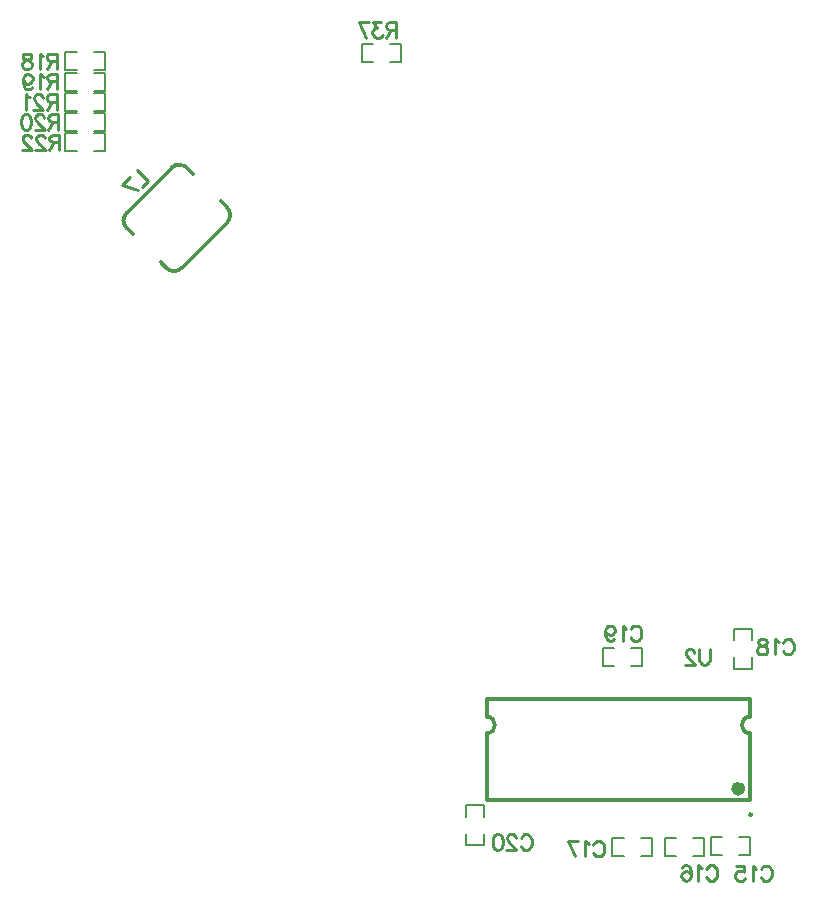
<source format=gbr>
%TF.GenerationSoftware,Altium Limited,Altium Designer,23.1.1 (15)*%
G04 Layer_Color=32896*
%FSLAX45Y45*%
%MOMM*%
%TF.SameCoordinates,06D7CB19-584F-49B0-A036-24662F40C1B1*%
%TF.FilePolarity,Positive*%
%TF.FileFunction,Legend,Bot*%
%TF.Part,Single*%
G01*
G75*
%TA.AperFunction,NonConductor*%
%ADD96C,0.20000*%
%ADD98C,0.25000*%
%ADD100C,0.30000*%
%ADD101C,0.60000*%
D96*
X2830319Y-10048240D02*
X2925519Y-10048240D01*
Y-9896240D01*
X2830420D02*
X2925519D01*
X2590519Y-10048240D02*
X2685719Y-10048240D01*
X2590519Y-10048240D02*
Y-9896240D01*
X2685619D01*
X323300Y-10116420D02*
X418400D01*
Y-9964420D01*
X323200D02*
X418400D01*
X83400Y-10116420D02*
X178500D01*
X83400Y-9964420D02*
X83400Y-10116420D01*
X83400Y-9964420D02*
X178600D01*
X323300Y-10289140D02*
X418400D01*
X418400Y-10137140D02*
X418400Y-10289140D01*
X323200Y-10137140D02*
X418400D01*
X83400Y-10289140D02*
X178500D01*
X83400D02*
Y-10137140D01*
X178600D01*
X323300Y-10461860D02*
X418400D01*
Y-10309860D01*
X323200Y-10309860D02*
X418400Y-10309860D01*
X83400Y-10461860D02*
X178500D01*
X83400D02*
Y-10309860D01*
X178600Y-10309860D01*
X323300Y-10632040D02*
X418400D01*
Y-10480040D01*
X323200D02*
X418400D01*
X83400Y-10632040D02*
X178500D01*
X83400D02*
Y-10480040D01*
X178600D01*
X323300Y-10802220D02*
X418400D01*
Y-10650220D01*
X323200Y-10650220D02*
X418400Y-10650220D01*
X83400Y-10802220D02*
X178500D01*
X83400D02*
Y-10650220D01*
X178600Y-10650220D01*
X3475120Y-16677060D02*
Y-16581960D01*
Y-16677060D02*
X3627120D01*
Y-16581860D01*
X3475120Y-16437160D02*
Y-16342059D01*
X3627120D01*
Y-16437260D02*
Y-16342059D01*
X4633540Y-15009261D02*
X4728640D01*
X4633540Y-15161259D02*
Y-15009261D01*
Y-15161259D02*
X4728740D01*
X4873440Y-15009261D02*
X4968540D01*
Y-15161259D02*
Y-15009261D01*
X4873340Y-15161259D02*
X4968540D01*
X5740800Y-15183540D02*
Y-15088440D01*
Y-15183540D02*
X5892800Y-15183540D01*
Y-15088341D01*
X5740800Y-14943640D02*
Y-14848540D01*
X5892800D01*
Y-14943739D02*
Y-14848540D01*
X4953840Y-16771220D02*
X5048940D01*
Y-16619220D01*
X4953740D02*
X5048940D01*
X4713940Y-16771220D02*
X4809040D01*
X4713940D02*
Y-16619220D01*
X4809140D01*
X5395680Y-16766141D02*
X5490780D01*
Y-16614140D01*
X5395580D02*
X5490780D01*
X5155780Y-16766141D02*
X5250880D01*
X5155780D02*
Y-16614140D01*
X5250980D01*
X5548060Y-16612000D02*
X5643160D01*
X5548060Y-16764000D02*
Y-16612000D01*
Y-16764000D02*
X5643260D01*
X5787960Y-16612000D02*
X5883060D01*
Y-16764000D02*
Y-16612000D01*
X5787860Y-16764000D02*
X5883060D01*
D98*
X5895040Y-16419920D02*
G03*
X5895040Y-16419920I-12500J0D01*
G01*
X5537656Y-15020074D02*
Y-15112910D01*
X5531467Y-15131477D01*
X5519089Y-15143857D01*
X5500522Y-15150046D01*
X5488143D01*
X5469576Y-15143857D01*
X5457198Y-15131477D01*
X5451008Y-15112910D01*
Y-15020074D01*
X5408922Y-15051019D02*
Y-15044830D01*
X5402733Y-15032452D01*
X5396544Y-15026263D01*
X5384166Y-15020074D01*
X5359409D01*
X5347031Y-15026263D01*
X5340841Y-15032452D01*
X5334653Y-15044830D01*
Y-15057208D01*
X5340841Y-15069588D01*
X5353220Y-15088155D01*
X5415111Y-15150046D01*
X5328463D01*
X2884481Y-9711474D02*
Y-9841446D01*
Y-9711474D02*
X2828779D01*
X2810211Y-9717663D01*
X2804022Y-9723852D01*
X2797833Y-9736230D01*
Y-9748609D01*
X2804022Y-9760987D01*
X2810211Y-9767176D01*
X2828779Y-9773365D01*
X2884481D01*
X2841157D02*
X2797833Y-9841446D01*
X2756366Y-9711474D02*
X2688285D01*
X2725420Y-9760987D01*
X2706853D01*
X2694474Y-9767176D01*
X2688285Y-9773365D01*
X2682096Y-9791933D01*
Y-9804311D01*
X2688285Y-9822879D01*
X2700663Y-9835257D01*
X2719231Y-9841446D01*
X2737798D01*
X2756366Y-9835257D01*
X2762555Y-9829068D01*
X2768744Y-9816689D01*
X2566359Y-9711474D02*
X2628250Y-9841446D01*
X2653007Y-9711474D02*
X2566359D01*
X689074Y-10961442D02*
X780978Y-11053346D01*
X728461Y-11105863D01*
X565222Y-11085294D02*
X700890Y-11133434D01*
X626492Y-11024024D02*
X565222Y-11085294D01*
X32061Y-10663973D02*
Y-10793945D01*
Y-10663973D02*
X-23641D01*
X-42209Y-10670162D01*
X-48398Y-10676351D01*
X-54587Y-10688730D01*
Y-10701108D01*
X-48398Y-10713486D01*
X-42209Y-10719675D01*
X-23641Y-10725865D01*
X32061D01*
X-11263D02*
X-54587Y-10793945D01*
X-89865Y-10694919D02*
Y-10688730D01*
X-96054Y-10676351D01*
X-102243Y-10670162D01*
X-114622Y-10663973D01*
X-139378D01*
X-151757Y-10670162D01*
X-157946Y-10676351D01*
X-164135Y-10688730D01*
Y-10701108D01*
X-157946Y-10713486D01*
X-145567Y-10732054D01*
X-83676Y-10793945D01*
X-170324D01*
X-205602Y-10694919D02*
Y-10688730D01*
X-211791Y-10676351D01*
X-217981Y-10670162D01*
X-230359Y-10663973D01*
X-255116D01*
X-267494Y-10670162D01*
X-273683Y-10676351D01*
X-279872Y-10688730D01*
Y-10701108D01*
X-273683Y-10713486D01*
X-261305Y-10732054D01*
X-199413Y-10793945D01*
X-286061D01*
X11830Y-10322343D02*
Y-10452315D01*
Y-10322343D02*
X-43872D01*
X-62440Y-10328532D01*
X-68629Y-10334721D01*
X-74818Y-10347100D01*
Y-10359478D01*
X-68629Y-10371856D01*
X-62440Y-10378045D01*
X-43872Y-10384235D01*
X11830D01*
X-31494D02*
X-74818Y-10452315D01*
X-110096Y-10353289D02*
Y-10347100D01*
X-116285Y-10334721D01*
X-122474Y-10328532D01*
X-134853Y-10322343D01*
X-159610D01*
X-171988Y-10328532D01*
X-178177Y-10334721D01*
X-184366Y-10347100D01*
Y-10359478D01*
X-178177Y-10371856D01*
X-165798Y-10390424D01*
X-103907Y-10452315D01*
X-190555D01*
X-219644Y-10347100D02*
X-232022Y-10340910D01*
X-250590Y-10322343D01*
Y-10452315D01*
X24441Y-10490618D02*
Y-10620590D01*
Y-10490618D02*
X-31261D01*
X-49829Y-10496807D01*
X-56018Y-10502996D01*
X-62207Y-10515375D01*
Y-10527753D01*
X-56018Y-10540131D01*
X-49829Y-10546320D01*
X-31261Y-10552510D01*
X24441D01*
X-18883D02*
X-62207Y-10620590D01*
X-97485Y-10521564D02*
Y-10515375D01*
X-103674Y-10502996D01*
X-109863Y-10496807D01*
X-122242Y-10490618D01*
X-146998D01*
X-159377Y-10496807D01*
X-165566Y-10502996D01*
X-171755Y-10515375D01*
Y-10527753D01*
X-165566Y-10540131D01*
X-153187Y-10558699D01*
X-91296Y-10620590D01*
X-177944D01*
X-244168Y-10490618D02*
X-225601Y-10496807D01*
X-213222Y-10515375D01*
X-207033Y-10546320D01*
Y-10564888D01*
X-213222Y-10595834D01*
X-225601Y-10614401D01*
X-244168Y-10620590D01*
X-256546D01*
X-275114Y-10614401D01*
X-287492Y-10595834D01*
X-293681Y-10564888D01*
Y-10546320D01*
X-287492Y-10515375D01*
X-275114Y-10496807D01*
X-256546Y-10490618D01*
X-244168D01*
X16215Y-10148988D02*
Y-10278960D01*
Y-10148988D02*
X-39488D01*
X-58055Y-10155177D01*
X-64244Y-10161366D01*
X-70433Y-10173745D01*
Y-10186123D01*
X-64244Y-10198501D01*
X-58055Y-10204690D01*
X-39488Y-10210880D01*
X16215D01*
X-27109D02*
X-70433Y-10278960D01*
X-99523Y-10173745D02*
X-111901Y-10167555D01*
X-130468Y-10148988D01*
Y-10278960D01*
X-275294Y-10192312D02*
X-269105Y-10210880D01*
X-256727Y-10223258D01*
X-238160Y-10229447D01*
X-231970D01*
X-213403Y-10223258D01*
X-201025Y-10210880D01*
X-194836Y-10192312D01*
Y-10186123D01*
X-201025Y-10167555D01*
X-213403Y-10155177D01*
X-231970Y-10148988D01*
X-238160D01*
X-256727Y-10155177D01*
X-269105Y-10167555D01*
X-275294Y-10192312D01*
Y-10223258D01*
X-269105Y-10254204D01*
X-256727Y-10272771D01*
X-238160Y-10278960D01*
X-225781D01*
X-207214Y-10272771D01*
X-201025Y-10260393D01*
X11689Y-9975633D02*
Y-10105605D01*
Y-9975633D02*
X-44013D01*
X-62581Y-9981822D01*
X-68770Y-9988011D01*
X-74959Y-10000390D01*
Y-10012768D01*
X-68770Y-10025146D01*
X-62581Y-10031335D01*
X-44013Y-10037525D01*
X11689D01*
X-31635D02*
X-74959Y-10105605D01*
X-104048Y-10000390D02*
X-116426Y-9994200D01*
X-134994Y-9975633D01*
Y-10105605D01*
X-230307Y-9975633D02*
X-211739Y-9981822D01*
X-205550Y-9994200D01*
Y-10006579D01*
X-211739Y-10018957D01*
X-224118Y-10025146D01*
X-248874Y-10031335D01*
X-267442Y-10037525D01*
X-279820Y-10049903D01*
X-286009Y-10062281D01*
Y-10080849D01*
X-279820Y-10093227D01*
X-273631Y-10099416D01*
X-255063Y-10105605D01*
X-230307D01*
X-211739Y-10099416D01*
X-205550Y-10093227D01*
X-199361Y-10080849D01*
Y-10062281D01*
X-205550Y-10049903D01*
X-217928Y-10037525D01*
X-236496Y-10031335D01*
X-261252Y-10025146D01*
X-273631Y-10018957D01*
X-279820Y-10006579D01*
Y-9994200D01*
X-273631Y-9981822D01*
X-255063Y-9975633D01*
X-230307D01*
X3938912Y-16618199D02*
X3945101Y-16605821D01*
X3957479Y-16593443D01*
X3969858Y-16587254D01*
X3994614D01*
X4006992Y-16593443D01*
X4019371Y-16605821D01*
X4025560Y-16618199D01*
X4031749Y-16636768D01*
Y-16667712D01*
X4025560Y-16686279D01*
X4019371Y-16698659D01*
X4006992Y-16711037D01*
X3994614Y-16717226D01*
X3969858D01*
X3957479Y-16711037D01*
X3945101Y-16698659D01*
X3938912Y-16686279D01*
X3896207Y-16618199D02*
Y-16612010D01*
X3890018Y-16599632D01*
X3883828Y-16593443D01*
X3871450Y-16587254D01*
X3846693D01*
X3834315Y-16593443D01*
X3828126Y-16599632D01*
X3821937Y-16612010D01*
Y-16624390D01*
X3828126Y-16636768D01*
X3840504Y-16655334D01*
X3902396Y-16717226D01*
X3815748D01*
X3749524Y-16587254D02*
X3768091Y-16593443D01*
X3780469Y-16612010D01*
X3786659Y-16642957D01*
Y-16661523D01*
X3780469Y-16692468D01*
X3768091Y-16711037D01*
X3749524Y-16717226D01*
X3737145D01*
X3718578Y-16711037D01*
X3706200Y-16692468D01*
X3700011Y-16661523D01*
Y-16642957D01*
X3706200Y-16612010D01*
X3718578Y-16593443D01*
X3737145Y-16587254D01*
X3749524D01*
X4867945Y-14850359D02*
X4874135Y-14837981D01*
X4886513Y-14825603D01*
X4898891Y-14819414D01*
X4923648D01*
X4936026Y-14825603D01*
X4948404Y-14837981D01*
X4954593Y-14850359D01*
X4960783Y-14868927D01*
Y-14899873D01*
X4954593Y-14918440D01*
X4948404Y-14930818D01*
X4936026Y-14943198D01*
X4923648Y-14949387D01*
X4898891D01*
X4886513Y-14943198D01*
X4874135Y-14930818D01*
X4867945Y-14918440D01*
X4831429Y-14844170D02*
X4819051Y-14837981D01*
X4800483Y-14819414D01*
Y-14949387D01*
X4655657Y-14862738D02*
X4661846Y-14881305D01*
X4674225Y-14893683D01*
X4692792Y-14899873D01*
X4698981D01*
X4717549Y-14893683D01*
X4729927Y-14881305D01*
X4736116Y-14862738D01*
Y-14856549D01*
X4729927Y-14837981D01*
X4717549Y-14825603D01*
X4698981Y-14819414D01*
X4692792D01*
X4674225Y-14825603D01*
X4661846Y-14837981D01*
X4655657Y-14862738D01*
Y-14893683D01*
X4661846Y-14924629D01*
X4674225Y-14943198D01*
X4692792Y-14949387D01*
X4705170D01*
X4723738Y-14943198D01*
X4729927Y-14930818D01*
X6158820Y-14964659D02*
X6165009Y-14952281D01*
X6177387Y-14939903D01*
X6189766Y-14933714D01*
X6214522D01*
X6226900Y-14939903D01*
X6239279Y-14952281D01*
X6245468Y-14964659D01*
X6251657Y-14983228D01*
Y-15014172D01*
X6245468Y-15032739D01*
X6239279Y-15045119D01*
X6226900Y-15057497D01*
X6214522Y-15063686D01*
X6189766D01*
X6177387Y-15057497D01*
X6165009Y-15045119D01*
X6158820Y-15032739D01*
X6122304Y-14958470D02*
X6109926Y-14952281D01*
X6091358Y-14933714D01*
Y-15063686D01*
X5996045Y-14933714D02*
X6014613Y-14939903D01*
X6020802Y-14952281D01*
Y-14964659D01*
X6014613Y-14977039D01*
X6002234Y-14983228D01*
X5977478Y-14989417D01*
X5958910Y-14995605D01*
X5946532Y-15007983D01*
X5940343Y-15020361D01*
Y-15038930D01*
X5946532Y-15051308D01*
X5952721Y-15057497D01*
X5971288Y-15063686D01*
X5996045D01*
X6014613Y-15057497D01*
X6020802Y-15051308D01*
X6026991Y-15038930D01*
Y-15020361D01*
X6020802Y-15007983D01*
X6008423Y-14995605D01*
X5989856Y-14989417D01*
X5965099Y-14983228D01*
X5952721Y-14977039D01*
X5946532Y-14964659D01*
Y-14952281D01*
X5952721Y-14939903D01*
X5971288Y-14933714D01*
X5996045D01*
X4553540Y-16674078D02*
X4559729Y-16661700D01*
X4572107Y-16649323D01*
X4584486Y-16643134D01*
X4609242D01*
X4621620Y-16649323D01*
X4633999Y-16661700D01*
X4640188Y-16674078D01*
X4646377Y-16692647D01*
Y-16723593D01*
X4640188Y-16742160D01*
X4633999Y-16754538D01*
X4621620Y-16766917D01*
X4609242Y-16773106D01*
X4584486D01*
X4572107Y-16766917D01*
X4559729Y-16754538D01*
X4553540Y-16742160D01*
X4517024Y-16667889D02*
X4504646Y-16661700D01*
X4486078Y-16643134D01*
Y-16773106D01*
X4335063Y-16643134D02*
X4396954Y-16773106D01*
X4421711Y-16643134D02*
X4335063D01*
X5510565Y-16879819D02*
X5516755Y-16867441D01*
X5529133Y-16855063D01*
X5541511Y-16848874D01*
X5566268D01*
X5578646Y-16855063D01*
X5591024Y-16867441D01*
X5597213Y-16879819D01*
X5603403Y-16898387D01*
Y-16929333D01*
X5597213Y-16947900D01*
X5591024Y-16960278D01*
X5578646Y-16972656D01*
X5566268Y-16978847D01*
X5541511D01*
X5529133Y-16972656D01*
X5516755Y-16960278D01*
X5510565Y-16947900D01*
X5474049Y-16873630D02*
X5461671Y-16867441D01*
X5443103Y-16848874D01*
Y-16978847D01*
X5304466Y-16867441D02*
X5310656Y-16855063D01*
X5329223Y-16848874D01*
X5341601D01*
X5360169Y-16855063D01*
X5372547Y-16873630D01*
X5378736Y-16904576D01*
Y-16935522D01*
X5372547Y-16960278D01*
X5360169Y-16972656D01*
X5341601Y-16978847D01*
X5335412D01*
X5316845Y-16972656D01*
X5304466Y-16960278D01*
X5298277Y-16941711D01*
Y-16935522D01*
X5304466Y-16916954D01*
X5316845Y-16904576D01*
X5335412Y-16898387D01*
X5341601D01*
X5360169Y-16904576D01*
X5372547Y-16916954D01*
X5378736Y-16935522D01*
X5970860Y-16882359D02*
X5977049Y-16869981D01*
X5989427Y-16857603D01*
X6001806Y-16851414D01*
X6026562D01*
X6038940Y-16857603D01*
X6051319Y-16869981D01*
X6057508Y-16882359D01*
X6063697Y-16900928D01*
Y-16931873D01*
X6057508Y-16950439D01*
X6051319Y-16962817D01*
X6038940Y-16975197D01*
X6026562Y-16981386D01*
X6001806D01*
X5989427Y-16975197D01*
X5977049Y-16962817D01*
X5970860Y-16950439D01*
X5934344Y-16876170D02*
X5921966Y-16869981D01*
X5903398Y-16851414D01*
Y-16981386D01*
X5764761Y-16851414D02*
X5826653D01*
X5832842Y-16907117D01*
X5826653Y-16900928D01*
X5808085Y-16894737D01*
X5789518D01*
X5770950Y-16900928D01*
X5758572Y-16913306D01*
X5752383Y-16931873D01*
Y-16944250D01*
X5758572Y-16962817D01*
X5770950Y-16975197D01*
X5789518Y-16981386D01*
X5808085D01*
X5826653Y-16975197D01*
X5832842Y-16969008D01*
X5839031Y-16956628D01*
D100*
X5880039Y-15590520D02*
G03*
X5880039Y-15730521I0J-70000D01*
G01*
X3650040D02*
G03*
X3650040Y-15590520I0J70000D01*
G01*
X1450530Y-11409103D02*
G03*
X1450530Y-11279588I-64758J64758D01*
G01*
X939248Y-11790870D02*
G03*
X1068763Y-11790870I64758J64758D01*
G01*
X601790Y-11324490D02*
G03*
X601790Y-11454005I64758J-64758D01*
G01*
X1113072Y-10942130D02*
G03*
X983557Y-10942130I-64758J-64758D01*
G01*
X5880038Y-15590520D02*
X5880039Y-15439919D01*
X5880038Y-16299922D02*
Y-15730521D01*
X3650040Y-15439919D02*
X5880039D01*
X3650040Y-16299922D02*
X5880038D01*
X3650040Y-15439919D02*
X3650040Y-15590520D01*
Y-16299922D02*
Y-15730521D01*
X1068763Y-11790870D02*
X1450530Y-11409103D01*
X601637Y-11324049D02*
X983557Y-10942130D01*
X888762Y-11740977D02*
X938952Y-11791166D01*
X601637Y-11453852D02*
X653479Y-11505694D01*
X1398841Y-11227306D02*
X1450530Y-11278995D01*
X1113368Y-10941833D02*
X1165354Y-10993819D01*
D101*
X5810039Y-16199919D02*
G03*
X5810039Y-16199919I-30000J0D01*
G01*
%TF.MD5,5cc15c17820f5c5952ca448fc7d47f44*%
M02*

</source>
